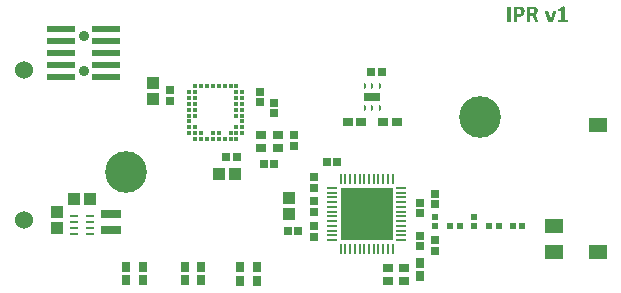
<source format=gts>
G04*
G04 #@! TF.GenerationSoftware,Altium Limited,Altium Designer,22.8.2 (66)*
G04*
G04 Layer_Color=8388736*
%FSLAX44Y44*%
%MOMM*%
G71*
G04*
G04 #@! TF.SameCoordinates,468F8AB8-D0D1-42F9-A28A-8A06B6F8ABAF*
G04*
G04*
G04 #@! TF.FilePolarity,Negative*
G04*
G01*
G75*
%ADD21R,0.9000X0.8000*%
G04:AMPARAMS|DCode=28|XSize=0.5mm|YSize=0.25mm|CornerRadius=0.125mm|HoleSize=0mm|Usage=FLASHONLY|Rotation=270.000|XOffset=0mm|YOffset=0mm|HoleType=Round|Shape=RoundedRectangle|*
%AMROUNDEDRECTD28*
21,1,0.5000,0.0000,0,0,270.0*
21,1,0.2500,0.2500,0,0,270.0*
1,1,0.2500,0.0000,-0.1250*
1,1,0.2500,0.0000,0.1250*
1,1,0.2500,0.0000,0.1250*
1,1,0.2500,0.0000,-0.1250*
%
%ADD28ROUNDEDRECTD28*%
%ADD29R,1.5000X1.2000*%
%ADD31R,0.8600X0.2200*%
%ADD32R,0.2200X0.8600*%
G04:AMPARAMS|DCode=33|XSize=0.6mm|YSize=0.25mm|CornerRadius=0.05mm|HoleSize=0mm|Usage=FLASHONLY|Rotation=0.000|XOffset=0mm|YOffset=0mm|HoleType=Round|Shape=RoundedRectangle|*
%AMROUNDEDRECTD33*
21,1,0.6000,0.1500,0,0,0.0*
21,1,0.5000,0.2500,0,0,0.0*
1,1,0.1000,0.2500,-0.0750*
1,1,0.1000,-0.2500,-0.0750*
1,1,0.1000,-0.2500,0.0750*
1,1,0.1000,0.2500,0.0750*
%
%ADD33ROUNDEDRECTD33*%
%ADD35R,2.4000X0.5600*%
%ADD36R,0.9762X1.0762*%
%ADD37R,0.6762X0.7162*%
%ADD38C,0.4262*%
%ADD39R,1.0762X0.9762*%
%ADD40R,0.7162X0.6762*%
%ADD41R,0.6262X0.6162*%
%ADD42R,0.6162X0.6262*%
%ADD43R,0.5562X0.6162*%
%ADD44R,0.6762X0.8262*%
%ADD45R,0.8262X0.6762*%
%ADD46R,1.3500X0.6500*%
%ADD47R,4.4500X4.4500*%
%ADD48R,1.6762X0.7262*%
%ADD49C,1.5240*%
%ADD50C,3.5306*%
%ADD51C,0.8890*%
%ADD52C,0.5000*%
G36*
X732726Y491174D02*
X732773D01*
X732867Y491151D01*
X732984Y491127D01*
X733102Y491080D01*
X733125D01*
X733172Y491057D01*
X733243Y491010D01*
X733290Y490963D01*
X733313Y490916D01*
X733337Y490798D01*
Y490751D01*
Y490658D01*
Y490611D01*
X733313Y490493D01*
Y490470D01*
X733290Y490446D01*
X733266Y490305D01*
Y490282D01*
X733243Y490235D01*
X733219Y490164D01*
X733196Y490070D01*
X730470Y481870D01*
Y481847D01*
X730447Y481753D01*
X730400Y481659D01*
X730329Y481565D01*
X730306Y481541D01*
X730259Y481518D01*
X730188Y481471D01*
X730047Y481424D01*
X730024D01*
X729906Y481400D01*
X729742Y481377D01*
X729507Y481353D01*
X729272D01*
X729155Y481330D01*
X728332D01*
X728027Y481353D01*
X727745Y481377D01*
X727698D01*
X727557Y481400D01*
X727369Y481424D01*
X727205Y481447D01*
X727181D01*
X727111Y481494D01*
X727017Y481518D01*
X726923Y481588D01*
Y481612D01*
X726876Y481659D01*
X726852Y481753D01*
X726805Y481870D01*
X724080Y490070D01*
Y490094D01*
X724033Y490188D01*
X724009Y490305D01*
X723962Y490423D01*
Y490446D01*
Y490517D01*
X723939Y490587D01*
Y490658D01*
Y490681D01*
Y490704D01*
Y490798D01*
Y490822D01*
Y490845D01*
X723986Y490963D01*
X724009Y490986D01*
X724033Y491010D01*
X724103Y491033D01*
X724197Y491080D01*
X724221Y491104D01*
X724291Y491127D01*
X724409Y491151D01*
X724573Y491174D01*
X724620D01*
X724761Y491198D01*
X725442D01*
X725677Y491174D01*
X725889Y491151D01*
X725936D01*
X726030Y491127D01*
X726171Y491104D01*
X726288Y491080D01*
X726312D01*
X726359Y491057D01*
X726429Y491010D01*
X726476Y490939D01*
X726500Y490916D01*
X726523Y490892D01*
X726594Y490751D01*
X728638Y484102D01*
X728708Y483844D01*
X728779Y484102D01*
X730799Y490751D01*
Y490775D01*
X730823Y490822D01*
X730893Y490939D01*
X730917Y490963D01*
X730940Y490986D01*
X731011Y491033D01*
X731105Y491080D01*
X731128D01*
X731199Y491104D01*
X731316Y491127D01*
X731481Y491151D01*
X731528D01*
X731645Y491174D01*
X731857Y491198D01*
X732538D01*
X732726Y491174D01*
D02*
G37*
G36*
X740009Y494605D02*
X740056D01*
X740150Y494581D01*
X740268Y494558D01*
X740385Y494534D01*
X740409D01*
X740456Y494511D01*
X740503Y494487D01*
X740550Y494440D01*
X740573Y494417D01*
X740597Y494299D01*
Y483468D01*
X742758D01*
X742829Y483445D01*
X742876Y483398D01*
X742899D01*
X742923Y483351D01*
X742970Y483304D01*
X743017Y483210D01*
Y483186D01*
X743040Y483116D01*
X743064Y483022D01*
X743087Y482881D01*
Y482857D01*
X743111Y482763D01*
X743134Y482599D01*
Y482411D01*
Y482387D01*
Y482364D01*
Y482246D01*
X743111Y482082D01*
X743087Y481917D01*
Y481894D01*
X743064Y481800D01*
X743040Y481706D01*
X742993Y481612D01*
Y481588D01*
X742970Y481541D01*
X742923Y481494D01*
X742876Y481447D01*
X742829Y481424D01*
X742711Y481400D01*
X735428D01*
X735334Y481447D01*
X735287Y481494D01*
X735240Y481541D01*
X735193Y481612D01*
Y481635D01*
X735169Y481706D01*
X735146Y481800D01*
X735122Y481917D01*
Y481964D01*
Y482058D01*
X735099Y482223D01*
Y482411D01*
Y482434D01*
Y482458D01*
Y482575D01*
Y482740D01*
X735122Y482881D01*
Y482928D01*
X735146Y482998D01*
X735169Y483116D01*
X735193Y483210D01*
Y483233D01*
X735216Y483280D01*
X735263Y483351D01*
X735310Y483398D01*
X735334Y483421D01*
X735357Y483445D01*
X735404Y483468D01*
X737942D01*
Y492020D01*
X735827Y490845D01*
X735780Y490822D01*
X735686Y490775D01*
X735569Y490728D01*
X735428Y490704D01*
X735263D01*
X735193Y490751D01*
Y490775D01*
X735146Y490822D01*
X735122Y490916D01*
X735099Y491057D01*
Y491104D01*
Y491221D01*
X735075Y491386D01*
Y491644D01*
Y491668D01*
Y491691D01*
Y491785D01*
Y491926D01*
Y492044D01*
Y492067D01*
Y492138D01*
X735122Y492326D01*
Y492349D01*
X735146Y492396D01*
X735240Y492514D01*
X735263Y492537D01*
X735287Y492561D01*
X735428Y492655D01*
X738247Y494487D01*
X738271Y494511D01*
X738365Y494558D01*
X738388D01*
X738435Y494581D01*
X738600D01*
X738670Y494605D01*
X738929D01*
X739023Y494628D01*
X739821D01*
X740009Y494605D01*
D02*
G37*
G36*
X713789Y494511D02*
X713859D01*
X714000Y494487D01*
X714188Y494464D01*
X714400Y494440D01*
X714447D01*
X714541Y494417D01*
X714682Y494393D01*
X714870Y494370D01*
X715105Y494299D01*
X715340Y494252D01*
X715833Y494064D01*
X715856Y494041D01*
X715950Y494017D01*
X716068Y493947D01*
X716209Y493876D01*
X716561Y493641D01*
X716914Y493336D01*
X716937Y493312D01*
X716984Y493265D01*
X717078Y493172D01*
X717172Y493054D01*
X717266Y492890D01*
X717384Y492725D01*
X717595Y492302D01*
Y492279D01*
X717642Y492185D01*
X717666Y492067D01*
X717713Y491903D01*
X717759Y491691D01*
X717783Y491456D01*
X717830Y491198D01*
Y490916D01*
Y490892D01*
Y490798D01*
Y490681D01*
X717806Y490517D01*
X717783Y490329D01*
X717759Y490117D01*
X717642Y489694D01*
Y489671D01*
X717619Y489600D01*
X717572Y489506D01*
X717525Y489365D01*
X717360Y489060D01*
X717149Y488731D01*
X717125Y488707D01*
X717102Y488660D01*
X717031Y488590D01*
X716937Y488473D01*
X716679Y488237D01*
X716350Y487979D01*
X716326Y487956D01*
X716279Y487932D01*
X716162Y487862D01*
X716044Y487815D01*
X715880Y487721D01*
X715692Y487650D01*
X715269Y487486D01*
X715293D01*
X715316Y487462D01*
X715457Y487392D01*
X715645Y487274D01*
X715833Y487133D01*
X715856D01*
X715880Y487110D01*
X715997Y486992D01*
X716138Y486851D01*
X716303Y486640D01*
Y486616D01*
X716350Y486593D01*
X716444Y486452D01*
X716585Y486241D01*
X716726Y485982D01*
Y485959D01*
X716773Y485911D01*
X716796Y485841D01*
X716867Y485747D01*
X716984Y485489D01*
X717149Y485160D01*
X718253Y482575D01*
Y482552D01*
X718276Y482505D01*
X718323Y482364D01*
X718394Y482152D01*
X718441Y481988D01*
X718464Y481964D01*
X718488Y481894D01*
X718511Y481800D01*
Y481729D01*
Y481706D01*
Y481659D01*
X718464Y481541D01*
X718417Y481494D01*
X718347Y481471D01*
X718253Y481424D01*
X718229D01*
X718136Y481400D01*
X717995Y481377D01*
X717806Y481353D01*
X717595D01*
X717360Y481330D01*
X716538D01*
X716326Y481353D01*
X716279D01*
X716185Y481377D01*
X716068Y481400D01*
X715927Y481424D01*
X715903D01*
X715856Y481447D01*
X715786Y481494D01*
X715715Y481541D01*
Y481565D01*
X715692Y481612D01*
X715668Y481682D01*
X715645Y481776D01*
X714447Y484690D01*
Y484713D01*
X714400Y484784D01*
X714376Y484878D01*
X714306Y484995D01*
X714188Y485277D01*
X714024Y485559D01*
Y485583D01*
X714000Y485630D01*
X713953Y485700D01*
X713906Y485794D01*
X713765Y486006D01*
X713577Y486217D01*
Y486241D01*
X713530Y486264D01*
X713413Y486358D01*
X713249Y486499D01*
X713014Y486616D01*
X712990D01*
X712967Y486640D01*
X712896Y486663D01*
X712802Y486687D01*
X712567Y486734D01*
X712262Y486757D01*
X711439D01*
Y481753D01*
Y481729D01*
Y481682D01*
X711416Y481612D01*
X711369Y481541D01*
X711345D01*
X711322Y481494D01*
X711251Y481471D01*
X711134Y481424D01*
X711111D01*
X711040Y481400D01*
X710899D01*
X710734Y481377D01*
X710688D01*
X710547Y481353D01*
X710359Y481330D01*
X709865D01*
X709654Y481353D01*
X709442Y481377D01*
X709395D01*
X709301Y481400D01*
X709160D01*
X709019Y481424D01*
X708996D01*
X708949Y481447D01*
X708878Y481494D01*
X708808Y481541D01*
Y481565D01*
X708784Y481612D01*
X708761Y481753D01*
Y493688D01*
Y493712D01*
Y493759D01*
X708784Y493829D01*
Y493947D01*
X708855Y494135D01*
X708902Y494252D01*
X708972Y494323D01*
X709019Y494346D01*
X709137Y494440D01*
X709301Y494511D01*
X709536Y494534D01*
X713530D01*
X713789Y494511D01*
D02*
G37*
G36*
X702276D02*
X702582Y494487D01*
X702652D01*
X702746Y494464D01*
X702864Y494440D01*
X703005Y494417D01*
X703193Y494393D01*
X703592Y494323D01*
X703616D01*
X703686Y494299D01*
X703803Y494276D01*
X703968Y494229D01*
X704132Y494182D01*
X704344Y494111D01*
X704767Y493900D01*
X704790Y493876D01*
X704861Y493853D01*
X704978Y493782D01*
X705119Y493688D01*
X705472Y493430D01*
X705801Y493101D01*
X705824Y493078D01*
X705871Y493007D01*
X705942Y492913D01*
X706036Y492796D01*
X706153Y492631D01*
X706247Y492420D01*
X706365Y492208D01*
X706459Y491973D01*
Y491950D01*
X706505Y491856D01*
X706529Y491738D01*
X706576Y491550D01*
X706623Y491339D01*
X706646Y491104D01*
X706693Y490822D01*
Y490540D01*
Y490517D01*
Y490493D01*
Y490352D01*
X706670Y490141D01*
X706646Y489882D01*
X706599Y489577D01*
X706552Y489248D01*
X706459Y488895D01*
X706341Y488567D01*
X706318Y488520D01*
X706271Y488425D01*
X706200Y488261D01*
X706083Y488073D01*
X705942Y487838D01*
X705777Y487603D01*
X705566Y487368D01*
X705331Y487133D01*
X705307Y487110D01*
X705213Y487039D01*
X705072Y486922D01*
X704884Y486804D01*
X704649Y486663D01*
X704367Y486499D01*
X704062Y486358D01*
X703709Y486241D01*
X703662D01*
X703545Y486194D01*
X703334Y486147D01*
X703075Y486100D01*
X702746Y486053D01*
X702347Y486006D01*
X701924Y485982D01*
X701454Y485959D01*
X700373D01*
Y481753D01*
Y481729D01*
Y481682D01*
X700350Y481612D01*
X700303Y481541D01*
X700279D01*
X700256Y481494D01*
X700185Y481471D01*
X700068Y481424D01*
X700044D01*
X699974Y481400D01*
X699833D01*
X699668Y481377D01*
X699621D01*
X699480Y481353D01*
X699293Y481330D01*
X698799D01*
X698588Y481353D01*
X698376Y481377D01*
X698329D01*
X698235Y481400D01*
X698094D01*
X697953Y481424D01*
X697930D01*
X697883Y481447D01*
X697812Y481494D01*
X697742Y481541D01*
Y481565D01*
X697718Y481612D01*
X697695Y481753D01*
Y493571D01*
Y493594D01*
Y493641D01*
X697718Y493735D01*
Y493829D01*
X697789Y494064D01*
X697930Y494276D01*
X697953Y494299D01*
X697977Y494323D01*
X698118Y494417D01*
X698306Y494487D01*
X698447Y494534D01*
X701971D01*
X702276Y494511D01*
D02*
G37*
G36*
X693912Y494581D02*
X694124Y494558D01*
X694171D01*
X694265Y494534D01*
X694406Y494511D01*
X694523Y494487D01*
X694547D01*
X694617Y494464D01*
X694688Y494417D01*
X694758Y494346D01*
X694781Y494323D01*
X694805Y494299D01*
X694828Y494229D01*
Y494158D01*
Y481753D01*
Y481729D01*
Y481682D01*
X694805Y481612D01*
X694758Y481541D01*
X694734D01*
X694711Y481494D01*
X694641Y481471D01*
X694523Y481424D01*
X694500D01*
X694429Y481400D01*
X694288D01*
X694124Y481377D01*
X694077D01*
X693959Y481353D01*
X693748Y481330D01*
X693254D01*
X693043Y481353D01*
X692831Y481377D01*
X692784D01*
X692690Y481400D01*
X692549D01*
X692408Y481424D01*
X692385D01*
X692338Y481447D01*
X692268Y481494D01*
X692197Y481541D01*
Y481565D01*
X692173Y481612D01*
X692150Y481753D01*
Y494158D01*
Y494182D01*
Y494229D01*
X692197Y494346D01*
X692221Y494370D01*
X692244Y494393D01*
X692338Y494440D01*
X692432Y494487D01*
X692455D01*
X692549Y494511D01*
X692667Y494534D01*
X692831Y494558D01*
X692878D01*
X693019Y494581D01*
X693207Y494605D01*
X693701D01*
X693912Y494581D01*
D02*
G37*
%LPC*%
G36*
X712920Y492490D02*
X711439D01*
Y488754D01*
X712990D01*
X713108Y488778D01*
X713437Y488801D01*
X713765Y488872D01*
X713789D01*
X713836Y488895D01*
X713906Y488919D01*
X714024Y488966D01*
X714235Y489083D01*
X714470Y489248D01*
X714494Y489271D01*
X714517Y489295D01*
X714635Y489412D01*
X714776Y489624D01*
X714893Y489859D01*
Y489882D01*
X714917Y489929D01*
X714940Y490000D01*
X714987Y490094D01*
X715034Y490329D01*
X715058Y490634D01*
Y490658D01*
Y490751D01*
X715034Y490869D01*
X715011Y491010D01*
X714940Y491386D01*
X714846Y491574D01*
X714752Y491738D01*
X714729Y491762D01*
X714705Y491809D01*
X714635Y491879D01*
X714517Y491997D01*
X714400Y492091D01*
X714235Y492185D01*
X714024Y492302D01*
X713789Y492373D01*
X713765D01*
X713671Y492396D01*
X713530Y492420D01*
X713343Y492443D01*
X713296D01*
X713155Y492467D01*
X712920Y492490D01*
D02*
G37*
G36*
X701806Y492467D02*
X700373D01*
Y488026D01*
X701783D01*
X701924Y488050D01*
X702276Y488097D01*
X702629Y488190D01*
X702652D01*
X702699Y488214D01*
X702770Y488261D01*
X702864Y488308D01*
X703099Y488449D01*
X703310Y488660D01*
X703334Y488684D01*
X703357Y488707D01*
X703404Y488778D01*
X703475Y488872D01*
X703616Y489107D01*
X703733Y489389D01*
Y489412D01*
X703756Y489459D01*
X703780Y489553D01*
X703827Y489671D01*
X703850Y489812D01*
X703874Y489976D01*
X703897Y490352D01*
Y490376D01*
Y490470D01*
X703874Y490587D01*
Y490751D01*
X703780Y491127D01*
X703733Y491315D01*
X703639Y491480D01*
Y491503D01*
X703592Y491550D01*
X703545Y491644D01*
X703475Y491738D01*
X703287Y491950D01*
X703052Y492138D01*
X703028D01*
X702981Y492161D01*
X702911Y492208D01*
X702817Y492255D01*
X702582Y492326D01*
X702300Y492396D01*
X702276D01*
X702229Y492420D01*
X702159D01*
X702041Y492443D01*
X701806Y492467D01*
D02*
G37*
%LPD*%
D21*
X483870Y386080D02*
D03*
X497870D02*
D03*
Y375080D02*
D03*
X483870D02*
D03*
X590916Y272962D02*
D03*
X604916D02*
D03*
Y261962D02*
D03*
X590916D02*
D03*
D28*
X584350Y408330D02*
D03*
X577850D02*
D03*
X571350D02*
D03*
Y427330D02*
D03*
X577850D02*
D03*
X584350D02*
D03*
D29*
X731520Y287020D02*
D03*
Y309020D02*
D03*
X768820Y287020D02*
D03*
Y394020D02*
D03*
D31*
X543580Y296910D02*
D03*
Y300910D02*
D03*
Y304910D02*
D03*
Y308910D02*
D03*
Y312910D02*
D03*
Y316910D02*
D03*
Y320910D02*
D03*
Y324910D02*
D03*
Y328910D02*
D03*
Y332910D02*
D03*
Y336910D02*
D03*
Y340910D02*
D03*
X602280D02*
D03*
Y336910D02*
D03*
Y332910D02*
D03*
Y328910D02*
D03*
Y324910D02*
D03*
Y320910D02*
D03*
Y316910D02*
D03*
Y312910D02*
D03*
Y308910D02*
D03*
Y304910D02*
D03*
Y300910D02*
D03*
Y296910D02*
D03*
D32*
X550930Y348260D02*
D03*
X554930D02*
D03*
X558930D02*
D03*
X562930D02*
D03*
X566930D02*
D03*
X570930D02*
D03*
X574930D02*
D03*
X578930D02*
D03*
X582930D02*
D03*
X586930D02*
D03*
X590930D02*
D03*
X594930D02*
D03*
Y289560D02*
D03*
X590930D02*
D03*
X586930D02*
D03*
X582930D02*
D03*
X578930D02*
D03*
X574930D02*
D03*
X570930D02*
D03*
X566930D02*
D03*
X562930D02*
D03*
X558930D02*
D03*
X554930D02*
D03*
X550930D02*
D03*
D33*
X338478Y317380D02*
D03*
Y312380D02*
D03*
Y307380D02*
D03*
Y302380D02*
D03*
X325478D02*
D03*
Y307380D02*
D03*
Y312380D02*
D03*
Y317380D02*
D03*
D35*
X352552Y475234D02*
D03*
Y465074D02*
D03*
Y454914D02*
D03*
Y444754D02*
D03*
Y434594D02*
D03*
X314452Y475234D02*
D03*
Y465074D02*
D03*
Y454914D02*
D03*
Y444754D02*
D03*
Y434594D02*
D03*
D36*
X461156Y353060D02*
D03*
X447656D02*
D03*
X325228Y331216D02*
D03*
X338728D02*
D03*
D37*
X585832Y439364D02*
D03*
X577032D02*
D03*
X485820Y361442D02*
D03*
X494620D02*
D03*
X462870Y367030D02*
D03*
X454070D02*
D03*
X547960Y363220D02*
D03*
X539160D02*
D03*
X514940Y304800D02*
D03*
X506140D02*
D03*
D38*
X467772Y387266D02*
D03*
Y392266D02*
D03*
Y397266D02*
D03*
Y402266D02*
D03*
Y407266D02*
D03*
Y412266D02*
D03*
Y417266D02*
D03*
Y422266D02*
D03*
X462772Y382266D02*
D03*
Y387266D02*
D03*
Y392266D02*
D03*
Y402266D02*
D03*
Y407266D02*
D03*
Y412266D02*
D03*
Y417266D02*
D03*
Y422266D02*
D03*
Y427266D02*
D03*
X457772Y382266D02*
D03*
Y387266D02*
D03*
Y427266D02*
D03*
X452772Y382266D02*
D03*
Y427266D02*
D03*
X447772Y382266D02*
D03*
Y387266D02*
D03*
Y427266D02*
D03*
X442772Y382266D02*
D03*
Y387266D02*
D03*
Y427266D02*
D03*
X437772Y382266D02*
D03*
Y427266D02*
D03*
X432772Y382266D02*
D03*
Y387266D02*
D03*
Y427266D02*
D03*
X427772Y382266D02*
D03*
Y387266D02*
D03*
Y392266D02*
D03*
Y402266D02*
D03*
Y407266D02*
D03*
Y412266D02*
D03*
Y417266D02*
D03*
Y422266D02*
D03*
Y427266D02*
D03*
X422772Y387266D02*
D03*
Y392266D02*
D03*
Y397266D02*
D03*
Y402266D02*
D03*
Y407266D02*
D03*
Y412266D02*
D03*
Y417266D02*
D03*
Y422266D02*
D03*
D39*
X392176Y416414D02*
D03*
Y429914D02*
D03*
X310642Y320440D02*
D03*
Y306940D02*
D03*
X507238Y332778D02*
D03*
Y319278D02*
D03*
D40*
X511302Y385400D02*
D03*
Y376600D02*
D03*
X631190Y335870D02*
D03*
Y327070D02*
D03*
X618490Y328250D02*
D03*
Y319450D02*
D03*
X528320Y299810D02*
D03*
Y308610D02*
D03*
X494792Y413086D02*
D03*
Y404286D02*
D03*
X482600Y413430D02*
D03*
Y422230D02*
D03*
X406146Y414700D02*
D03*
Y423500D02*
D03*
X631190Y287700D02*
D03*
Y296500D02*
D03*
X618490Y291510D02*
D03*
Y300310D02*
D03*
X528320Y341040D02*
D03*
Y349840D02*
D03*
Y320720D02*
D03*
Y329520D02*
D03*
D41*
X697050Y308610D02*
D03*
X704850D02*
D03*
D42*
X664210Y316320D02*
D03*
Y308520D02*
D03*
X631190Y316410D02*
D03*
Y308610D02*
D03*
D43*
X685120D02*
D03*
X676320D02*
D03*
X652100D02*
D03*
X643300D02*
D03*
D44*
X480060Y273974D02*
D03*
Y262474D02*
D03*
X369570Y262728D02*
D03*
Y274228D02*
D03*
X419100Y262728D02*
D03*
Y274228D02*
D03*
X383540Y262728D02*
D03*
Y274228D02*
D03*
X466090Y262474D02*
D03*
Y273974D02*
D03*
X433070Y262728D02*
D03*
Y274228D02*
D03*
X618490Y266030D02*
D03*
Y277530D02*
D03*
D45*
X587086Y396494D02*
D03*
X598586D02*
D03*
X568360D02*
D03*
X556860D02*
D03*
D46*
X577850Y417830D02*
D03*
D47*
X572930Y318910D02*
D03*
D48*
X356108Y305670D02*
D03*
Y319170D02*
D03*
D49*
X282702Y314071D02*
D03*
Y441071D02*
D03*
D50*
X369062Y354076D02*
D03*
X668782Y401066D02*
D03*
D51*
X333502Y469914D02*
D03*
Y439914D02*
D03*
D52*
X573850Y417830D02*
D03*
X581850D02*
D03*
M02*

</source>
